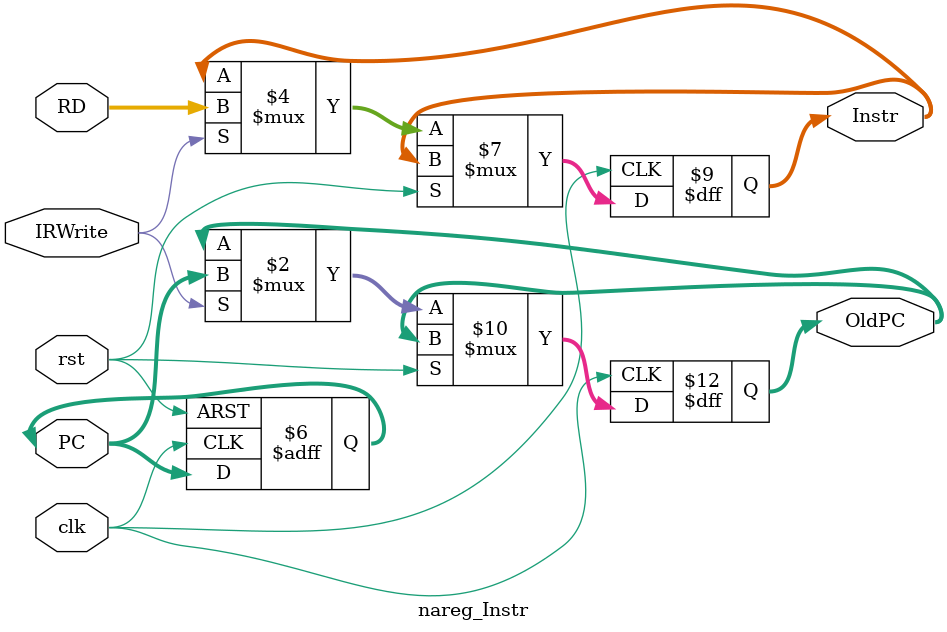
<source format=sv>
module nareg_Instr(
    input logic     clk,
    input logic     rst,
    input logic     [31:0] RD,
    input logic     [31:0] PC,
    input logic     IRWrite,
    output logic    [31:0] Instr,
    output logic    [31:0] OldPC
);

    always_ff@(posedge clk, posedge rst) begin
        if (rst) begin
            PC <= 32'h00000000; // Reset PC to 0
        end else begin
            // when IRWrite asserted from Control Unit during fetch, Instr stored
            if (IRWrite) begin
                Instr <= RD;

                // OldPC syncs with being captured at the same time too
                OldPC <= PC;
            end
        end
    end

endmodule

</source>
